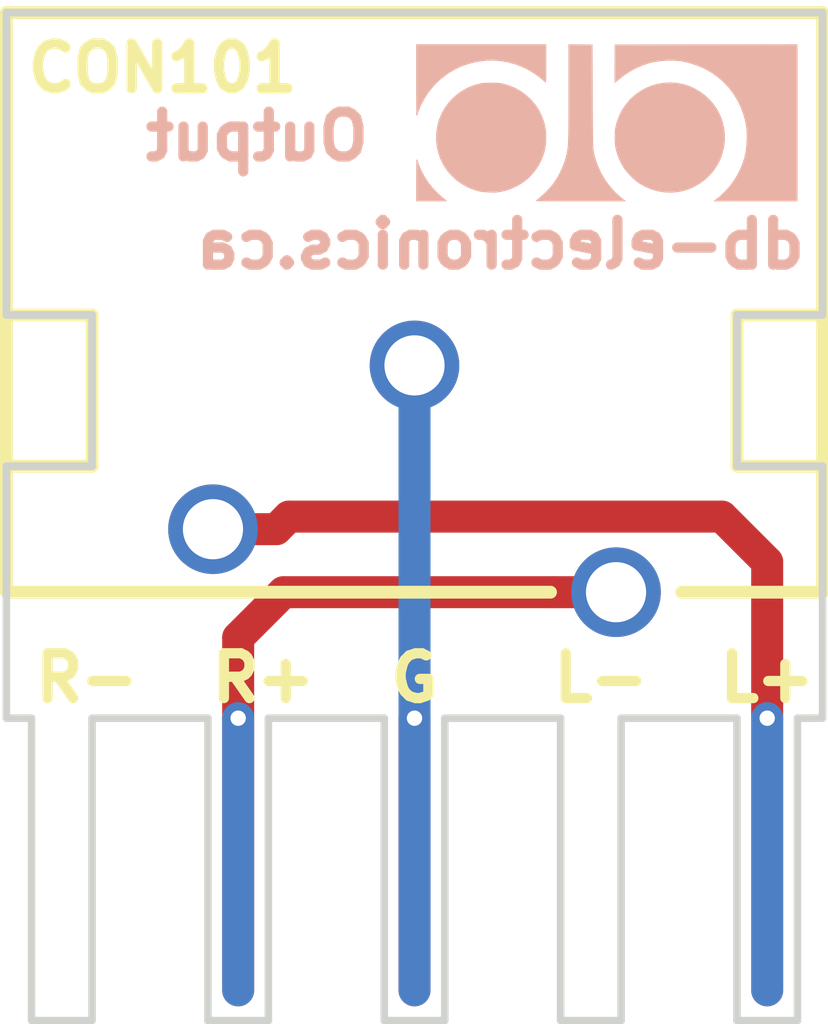
<source format=kicad_pcb>
(kicad_pcb (version 4) (host pcbnew 4.0.7-e2-6376~58~ubuntu16.04.1)

  (general
    (links 0)
    (no_connects 0)
    (area 131.295199 104.0983 148.104801 127.375001)
    (thickness 1.6)
    (drawings 41)
    (tracks 22)
    (zones 0)
    (modules 2)
    (nets 4)
  )

  (page A4)
  (title_block
    (title "Phoenix Connector Audio Adapter Output")
    (date 2018-04-28)
    (rev 0.1)
    (company "db Electronics")
    (comment 1 "Licensed Under The CERN OHL v.1.2")
    (comment 2 https://github.com/db-electronics/phoenix-audio-adapter-kicad)
  )

  (layers
    (0 F.Cu signal)
    (31 B.Cu signal)
    (32 B.Adhes user)
    (33 F.Adhes user)
    (34 B.Paste user)
    (35 F.Paste user)
    (36 B.SilkS user)
    (37 F.SilkS user)
    (38 B.Mask user)
    (39 F.Mask user)
    (40 Dwgs.User user)
    (41 Cmts.User user)
    (42 Eco1.User user)
    (43 Eco2.User user)
    (44 Edge.Cuts user)
    (45 Margin user)
    (46 B.CrtYd user)
    (47 F.CrtYd user)
    (48 B.Fab user)
    (49 F.Fab user)
  )

  (setup
    (last_trace_width 0.635)
    (trace_clearance 0.1778)
    (zone_clearance 0.508)
    (zone_45_only no)
    (trace_min 0.1778)
    (segment_width 0.2)
    (edge_width 0.15)
    (via_size 0.6096)
    (via_drill 0.3048)
    (via_min_size 0.6096)
    (via_min_drill 0.3048)
    (uvia_size 0.3)
    (uvia_drill 0.1)
    (uvias_allowed no)
    (uvia_min_size 0)
    (uvia_min_drill 0)
    (pcb_text_width 0.3)
    (pcb_text_size 1.5 1.5)
    (mod_edge_width 0.15)
    (mod_text_size 1 1)
    (mod_text_width 0.15)
    (pad_size 1.524 1.524)
    (pad_drill 0.762)
    (pad_to_mask_clearance 0.2)
    (aux_axis_origin 0 0)
    (grid_origin 139.7 114.3)
    (visible_elements FFFFFF7F)
    (pcbplotparams
      (layerselection 0x010f0_80000001)
      (usegerberextensions true)
      (excludeedgelayer true)
      (linewidth 0.100000)
      (plotframeref false)
      (viasonmask false)
      (mode 1)
      (useauxorigin true)
      (hpglpennumber 1)
      (hpglpenspeed 20)
      (hpglpendiameter 15)
      (hpglpenoverlay 2)
      (psnegative false)
      (psa4output false)
      (plotreference true)
      (plotvalue true)
      (plotinvisibletext false)
      (padsonsilk false)
      (subtractmaskfromsilk false)
      (outputformat 1)
      (mirror false)
      (drillshape 0)
      (scaleselection 1)
      (outputdirectory gerbers/0.1/))
  )

  (net 0 "")
  (net 1 GND)
  (net 2 /LEFT)
  (net 3 /RIGHT)

  (net_class Default "This is the default net class."
    (clearance 0.1778)
    (trace_width 0.635)
    (via_dia 0.6096)
    (via_drill 0.3048)
    (uvia_dia 0.3)
    (uvia_drill 0.1)
    (add_net /LEFT)
    (add_net /RIGHT)
    (add_net GND)
  )

  (module db-thparts:RCJ-2223 (layer F.Cu) (tedit 5ABD818D) (tstamp 5ABE594A)
    (at 139.7 107.3)
    (path /5ABE576C)
    (solder_mask_margin 0.1016)
    (fp_text reference CON101 (at -5 1.1) (layer F.SilkS)
      (effects (font (size 0.889 0.889) (thickness 0.2032)))
    )
    (fp_text value RCJ-2223 (at -4.6 -2.3) (layer F.Fab) hide
      (effects (font (size 0.889 0.889) (thickness 0.2032)))
    )
    (fp_line (start 8.1 11.5) (end 5.3 11.5) (layer F.SilkS) (width 0.254))
    (fp_line (start -8.1 11.5) (end 2.7 11.5) (layer F.SilkS) (width 0.254))
    (fp_line (start -6.4 6) (end -6.4 9) (layer F.SilkS) (width 0.254))
    (fp_line (start 6.4 6) (end 6.4 9) (layer F.SilkS) (width 0.254))
    (fp_line (start 8.1 9) (end 6.4 9) (layer F.SilkS) (width 0.254))
    (fp_line (start 8.1 6) (end 6.4 6) (layer F.SilkS) (width 0.254))
    (fp_line (start -8.1 9) (end -6.4 9) (layer F.SilkS) (width 0.254))
    (fp_line (start -8.1 6) (end -6.4 6) (layer F.SilkS) (width 0.254))
    (fp_line (start 8.1 0) (end 8.1 11.5) (layer F.SilkS) (width 0.254))
    (fp_line (start -8.1 0) (end -8.1 11.5) (layer F.SilkS) (width 0.254))
    (fp_line (start -8.1 0) (end 8.1 0) (layer F.SilkS) (width 0.254))
    (pad 1 thru_hole circle (at 0 7) (size 1.778 1.778) (drill 1.1938) (layers *.Cu *.Mask)
      (net 1 GND))
    (pad 2 thru_hole circle (at -4 10.25) (size 1.778 1.778) (drill 1.1938) (layers *.Cu *.Mask)
      (net 2 /LEFT))
    (pad 3 thru_hole circle (at 4 11.5) (size 1.778 1.778) (drill 1.1938) (layers *.Cu *.Mask)
      (net 3 /RIGHT))
  )

  (module db-artwork:db-logo_7.5mm (layer B.Cu) (tedit 0) (tstamp 5ABE6264)
    (at 143.5 109.5 180)
    (fp_text reference G*** (at 0 0 180) (layer B.SilkS) hide
      (effects (font (thickness 0.3)) (justify mirror))
    )
    (fp_text value LOGO (at 0.75 0 180) (layer B.SilkS) hide
      (effects (font (thickness 0.3)) (justify mirror))
    )
    (fp_poly (pts (xy -1.986796 1.564919) (xy -0.176508 1.562746) (xy -0.174265 1.186051) (xy -0.173907 1.107381)
      (xy -0.173788 1.03428) (xy -0.173895 0.968491) (xy -0.174215 0.911756) (xy -0.174736 0.865819)
      (xy -0.175445 0.832421) (xy -0.176328 0.813307) (xy -0.177028 0.809356) (xy -0.185216 0.814732)
      (xy -0.203022 0.829151) (xy -0.227343 0.85005) (xy -0.24158 0.862669) (xy -0.352584 0.951996)
      (xy -0.475603 1.032899) (xy -0.606747 1.103299) (xy -0.742125 1.161115) (xy -0.877849 1.204268)
      (xy -0.882823 1.205555) (xy -0.990833 1.228202) (xy -1.10705 1.243532) (xy -1.226221 1.251272)
      (xy -1.343089 1.251153) (xy -1.452401 1.242903) (xy -1.493864 1.237099) (xy -1.65457 1.202771)
      (xy -1.808228 1.15337) (xy -1.954018 1.089643) (xy -2.091116 1.012333) (xy -2.218701 0.922187)
      (xy -2.335951 0.81995) (xy -2.442044 0.706368) (xy -2.536157 0.582185) (xy -2.61747 0.448147)
      (xy -2.685159 0.305) (xy -2.738403 0.153489) (xy -2.754695 0.093804) (xy -2.772386 0.01705)
      (xy -2.784965 -0.054519) (xy -2.792918 -0.125906) (xy -2.796734 -0.202111) (xy -2.796902 -0.288136)
      (xy -2.795977 -0.329263) (xy -2.788278 -0.45976) (xy -2.772206 -0.579069) (xy -2.746659 -0.691611)
      (xy -2.710534 -0.801809) (xy -2.662729 -0.914085) (xy -2.637043 -0.9666) (xy -2.560425 -1.102283)
      (xy -2.473934 -1.22547) (xy -2.375576 -1.338595) (xy -2.263359 -1.444092) (xy -2.210097 -1.487916)
      (xy -2.142804 -1.54122) (xy -3.797084 -1.54122) (xy -3.797084 1.567091) (xy -1.986796 1.564919)) (layer B.SilkS) (width 0.01))
    (fp_poly (pts (xy 0.740475 0.616678) (xy 0.7405 0.459865) (xy 0.740597 0.319208) (xy 0.740797 0.193639)
      (xy 0.741131 0.082094) (xy 0.74163 -0.016493) (xy 0.742326 -0.103187) (xy 0.74325 -0.179054)
      (xy 0.744434 -0.245159) (xy 0.745909 -0.302569) (xy 0.747705 -0.352348) (xy 0.749855 -0.395562)
      (xy 0.75239 -0.433277) (xy 0.75534 -0.466558) (xy 0.758738 -0.496471) (xy 0.762615 -0.524081)
      (xy 0.767001 -0.550454) (xy 0.771929 -0.576655) (xy 0.776162 -0.597626) (xy 0.808071 -0.720723)
      (xy 0.852772 -0.846031) (xy 0.908262 -0.969321) (xy 0.972537 -1.086363) (xy 1.043594 -1.192926)
      (xy 1.080616 -1.240442) (xy 1.116159 -1.281047) (xy 1.160259 -1.327628) (xy 1.208455 -1.375771)
      (xy 1.256285 -1.421063) (xy 1.29929 -1.459091) (xy 1.313051 -1.47041) (xy 1.341611 -1.4934)
      (xy 1.366071 -1.513323) (xy 1.382514 -1.52698) (xy 1.38593 -1.529937) (xy 1.385551 -1.53179)
      (xy 1.379458 -1.533437) (xy 1.366783 -1.53489) (xy 1.346657 -1.53616) (xy 1.318214 -1.537257)
      (xy 1.280584 -1.538193) (xy 1.232901 -1.53898) (xy 1.174296 -1.539627) (xy 1.103902 -1.540147)
      (xy 1.020851 -1.54055) (xy 0.924275 -1.540847) (xy 0.813306 -1.541051) (xy 0.687076 -1.54117)
      (xy 0.544718 -1.541218) (xy 0.505252 -1.54122) (xy -0.388034 -1.54122) (xy -0.30236 -1.472307)
      (xy -0.182755 -1.365154) (xy -0.075264 -1.246242) (xy 0.019268 -1.11683) (xy 0.099995 -0.978182)
      (xy 0.166073 -0.831558) (xy 0.206973 -0.712218) (xy 0.214978 -0.685563) (xy 0.222158 -0.661645)
      (xy 0.228563 -0.639433) (xy 0.23424 -0.6179) (xy 0.239239 -0.596016) (xy 0.243608 -0.572753)
      (xy 0.247397 -0.547081) (xy 0.250655 -0.517972) (xy 0.25343 -0.484396) (xy 0.255772 -0.445326)
      (xy 0.257728 -0.399731) (xy 0.259349 -0.346584) (xy 0.260682 -0.284854) (xy 0.261777 -0.213514)
      (xy 0.262683 -0.131535) (xy 0.263449 -0.037887) (xy 0.264123 0.068458) (xy 0.264754 0.18853)
      (xy 0.265392 0.323356) (xy 0.266084 0.473967) (xy 0.266384 0.538136) (xy 0.271221 1.562746)
      (xy 0.740475 1.567328) (xy 0.740475 0.616678)) (layer B.SilkS) (width 0.01))
    (fp_poly (pts (xy 3.757476 -0.723184) (xy 3.75868 -0.747021) (xy 3.759771 -0.784754) (xy 3.760725 -0.83472)
      (xy 3.761516 -0.895257) (xy 3.762116 -0.964701) (xy 3.762501 -1.041391) (xy 3.762644 -1.123665)
      (xy 3.762644 -1.54122) (xy 3.461288 -1.54122) (xy 3.391189 -1.54114) (xy 3.326865 -1.540912)
      (xy 3.270265 -1.540556) (xy 3.223337 -1.54009) (xy 3.188029 -1.539532) (xy 3.166291 -1.538903)
      (xy 3.159932 -1.538308) (xy 3.166291 -1.532168) (xy 3.183456 -1.517898) (xy 3.208563 -1.497837)
      (xy 3.229703 -1.481314) (xy 3.334247 -1.391147) (xy 3.432199 -1.288664) (xy 3.521537 -1.176688)
      (xy 3.600238 -1.058041) (xy 3.666277 -0.935547) (xy 3.717631 -0.812028) (xy 3.725048 -0.790243)
      (xy 3.736507 -0.757352) (xy 3.746667 -0.731724) (xy 3.754013 -0.717018) (xy 3.756187 -0.714904)
      (xy 3.757476 -0.723184)) (layer B.SilkS) (width 0.01))
    (fp_poly (pts (xy -1.147395 0.803944) (xy -1.020205 0.782443) (xy -0.897654 0.746492) (xy -0.780832 0.696782)
      (xy -0.670831 0.634005) (xy -0.56874 0.558852) (xy -0.475652 0.472016) (xy -0.392656 0.374189)
      (xy -0.320845 0.266062) (xy -0.261308 0.148327) (xy -0.215136 0.021676) (xy -0.188455 -0.086102)
      (xy -0.182362 -0.13053) (xy -0.178566 -0.187235) (xy -0.177015 -0.251434) (xy -0.177657 -0.318343)
      (xy -0.180439 -0.38318) (xy -0.185309 -0.441163) (xy -0.192214 -0.487508) (xy -0.192898 -0.49078)
      (xy -0.230777 -0.62666) (xy -0.284347 -0.756275) (xy -0.352935 -0.878037) (xy -0.36443 -0.895457)
      (xy -0.399661 -0.942287) (xy -0.445164 -0.994664) (xy -0.496947 -1.048609) (xy -0.551017 -1.100139)
      (xy -0.603383 -1.145274) (xy -0.649266 -1.179508) (xy -0.766511 -1.247912) (xy -0.890454 -1.301484)
      (xy -1.019236 -1.339805) (xy -1.150999 -1.362455) (xy -1.283886 -1.369016) (xy -1.416038 -1.359067)
      (xy -1.433593 -1.356457) (xy -1.527842 -1.337717) (xy -1.616207 -1.311364) (xy -1.705811 -1.27512)
      (xy -1.743559 -1.257361) (xy -1.861062 -1.191109) (xy -1.966944 -1.113195) (xy -2.06088 -1.024901)
      (xy -2.142546 -0.92751) (xy -2.211615 -0.822307) (xy -2.267763 -0.710574) (xy -2.310665 -0.593594)
      (xy -2.339995 -0.472652) (xy -2.355429 -0.34903) (xy -2.356642 -0.224011) (xy -2.343307 -0.098879)
      (xy -2.315102 0.025082) (xy -2.271699 0.14659) (xy -2.212774 0.264362) (xy -2.15259 0.357322)
      (xy -2.071526 0.456049) (xy -1.977971 0.545643) (xy -1.874347 0.624438) (xy -1.763075 0.690769)
      (xy -1.646575 0.74297) (xy -1.545889 0.774822) (xy -1.411328 0.800825) (xy -1.278133 0.810302)
      (xy -1.147395 0.803944)) (layer B.SilkS) (width 0.01))
    (fp_poly (pts (xy 2.33831 0.804099) (xy 2.385779 0.803057) (xy 2.423564 0.800999) (xy 2.455428 0.797611)
      (xy 2.485139 0.792582) (xy 2.516461 0.785597) (xy 2.52278 0.784054) (xy 2.606119 0.761042)
      (xy 2.680428 0.734613) (xy 2.753896 0.701673) (xy 2.791455 0.682542) (xy 2.90587 0.612843)
      (xy 3.009759 0.530206) (xy 3.102247 0.435955) (xy 3.182458 0.331417) (xy 3.249516 0.217916)
      (xy 3.302545 0.096777) (xy 3.340668 -0.030675) (xy 3.363011 -0.163115) (xy 3.365099 -0.185118)
      (xy 3.368258 -0.320962) (xy 3.355016 -0.454169) (xy 3.326002 -0.583426) (xy 3.281845 -0.70742)
      (xy 3.223172 -0.824839) (xy 3.150614 -0.934368) (xy 3.064798 -1.034696) (xy 2.966353 -1.124508)
      (xy 2.887925 -1.181978) (xy 2.779906 -1.246609) (xy 2.670798 -1.2966) (xy 2.555594 -1.33408)
      (xy 2.496949 -1.34819) (xy 2.466507 -1.353062) (xy 2.424391 -1.357498) (xy 2.374767 -1.3613)
      (xy 2.321796 -1.364271) (xy 2.269642 -1.366212) (xy 2.222469 -1.366927) (xy 2.184439 -1.366217)
      (xy 2.161153 -1.364143) (xy 2.141777 -1.36095) (xy 2.111964 -1.356122) (xy 2.079356 -1.350894)
      (xy 1.970166 -1.325786) (xy 1.859608 -1.285879) (xy 1.751068 -1.232923) (xy 1.647934 -1.168669)
      (xy 1.553592 -1.09487) (xy 1.514948 -1.059051) (xy 1.423124 -0.957671) (xy 1.345994 -0.847684)
      (xy 1.283241 -0.728526) (xy 1.234549 -0.599636) (xy 1.21385 -0.52522) (xy 1.2036 -0.471039)
      (xy 1.19591 -0.405212) (xy 1.191017 -0.33316) (xy 1.189164 -0.260301) (xy 1.190588 -0.192053)
      (xy 1.195531 -0.133836) (xy 1.196277 -0.128432) (xy 1.22421 0.007295) (xy 1.267609 0.135709)
      (xy 1.326232 0.256317) (xy 1.39984 0.36863) (xy 1.488194 0.472158) (xy 1.491585 0.475651)
      (xy 1.590058 0.566497) (xy 1.694215 0.642198) (xy 1.806183 0.703977) (xy 1.928086 0.753058)
      (xy 2.021437 0.780767) (xy 2.05554 0.789271) (xy 2.084829 0.795478) (xy 2.113116 0.799743)
      (xy 2.144211 0.802416) (xy 2.181926 0.80385) (xy 2.230072 0.804398) (xy 2.27739 0.804436)
      (xy 2.33831 0.804099)) (layer B.SilkS) (width 0.01))
    (fp_poly (pts (xy 3.762644 0.861017) (xy 3.76259 0.75242) (xy 3.762432 0.648923) (xy 3.762179 0.551799)
      (xy 3.76184 0.46232) (xy 3.761421 0.38176) (xy 3.760933 0.311391) (xy 3.760382 0.252488)
      (xy 3.759777 0.206321) (xy 3.759127 0.174166) (xy 3.75844 0.157294) (xy 3.758069 0.154983)
      (xy 3.751478 0.161684) (xy 3.74971 0.165746) (xy 3.729331 0.223164) (xy 3.712993 0.267768)
      (xy 3.699328 0.303094) (xy 3.686967 0.332677) (xy 3.674541 0.360051) (xy 3.674284 0.360597)
      (xy 3.600053 0.499959) (xy 3.513126 0.630689) (xy 3.415096 0.750687) (xy 3.307559 0.857854)
      (xy 3.27617 0.8851) (xy 3.14623 0.984204) (xy 3.010591 1.067462) (xy 2.868441 1.135205)
      (xy 2.718971 1.187765) (xy 2.561371 1.225474) (xy 2.394833 1.248665) (xy 2.388262 1.24927)
      (xy 2.245841 1.253965) (xy 2.099867 1.243272) (xy 1.952947 1.21788) (xy 1.80769 1.178481)
      (xy 1.666705 1.125765) (xy 1.5326 1.060423) (xy 1.423418 0.993749) (xy 1.384032 0.966022)
      (xy 1.341373 0.93422) (xy 1.299335 0.901413) (xy 1.26181 0.870674) (xy 1.232692 0.845076)
      (xy 1.222644 0.835311) (xy 1.214471 0.826791) (xy 1.207703 0.820488) (xy 1.202207 0.817753)
      (xy 1.197852 0.819936) (xy 1.194506 0.828389) (xy 1.192035 0.844463) (xy 1.190308 0.869508)
      (xy 1.189193 0.904874) (xy 1.188557 0.951915) (xy 1.188268 1.011979) (xy 1.188195 1.086417)
      (xy 1.188203 1.176582) (xy 1.188204 1.187149) (xy 1.188204 1.567051) (xy 3.762644 1.567051)
      (xy 3.762644 0.861017)) (layer B.SilkS) (width 0.01))
  )

  (gr_text Output (at 136.5758 109.7534) (layer B.SilkS) (tstamp 5AE4708C)
    (effects (font (size 0.889 0.889) (thickness 0.2032)) (justify mirror))
  )
  (gr_text db-electronics.ca (at 141.4 111.9) (layer B.SilkS) (tstamp 5ABE627E)
    (effects (font (size 0.889 0.889) (thickness 0.2032)) (justify mirror))
  )
  (gr_text L+ (at 146.7 120.5) (layer F.SilkS) (tstamp 5ABE5D7B)
    (effects (font (size 0.889 0.889) (thickness 0.2032)))
  )
  (gr_text L- (at 143.4 120.5) (layer F.SilkS) (tstamp 5ABE5D6D)
    (effects (font (size 0.889 0.889) (thickness 0.2032)))
  )
  (gr_text G (at 139.7 120.5) (layer F.SilkS) (tstamp 5ABE5D60)
    (effects (font (size 0.889 0.889) (thickness 0.2032)))
  )
  (gr_text R+ (at 136.7 120.5) (layer F.SilkS) (tstamp 5ABE5D50)
    (effects (font (size 0.889 0.889) (thickness 0.2032)))
  )
  (gr_text R- (at 133.2 120.5) (layer F.SilkS)
    (effects (font (size 0.889 0.889) (thickness 0.2032)))
  )
  (gr_line (start 147.3 121.3) (end 147.8 121.3) (layer Edge.Cuts) (width 0.15))
  (gr_line (start 143.8 121.3) (end 146.1 121.3) (layer Edge.Cuts) (width 0.15))
  (gr_line (start 140.3 121.3) (end 142.6 121.3) (layer Edge.Cuts) (width 0.15))
  (gr_line (start 136.8 121.3) (end 139.1 121.3) (layer Edge.Cuts) (width 0.15))
  (gr_line (start 133.3 121.3) (end 135.6 121.3) (layer Edge.Cuts) (width 0.15))
  (gr_line (start 131.6 121.3) (end 132.1 121.3) (layer Edge.Cuts) (width 0.15))
  (gr_line (start 142.6 127.3) (end 143.8 127.3) (layer Edge.Cuts) (width 0.15) (tstamp 5ABE5C7D))
  (gr_line (start 143.8 127.3) (end 143.8 121.3) (layer Edge.Cuts) (width 0.15) (tstamp 5ABE5C7C))
  (gr_line (start 147.3 127.3) (end 147.3 121.3) (layer Edge.Cuts) (width 0.15) (tstamp 5ABE5C7B))
  (gr_line (start 146.1 121.3) (end 146.1 127.3) (layer Edge.Cuts) (width 0.15) (tstamp 5ABE5C7A))
  (gr_line (start 146.1 127.3) (end 147.3 127.3) (layer Edge.Cuts) (width 0.15) (tstamp 5ABE5C79))
  (gr_line (start 142.6 121.3) (end 142.6 127.3) (layer Edge.Cuts) (width 0.15) (tstamp 5ABE5C78))
  (gr_line (start 133.3 127.3) (end 133.3 121.3) (layer Edge.Cuts) (width 0.15) (tstamp 5ABE5B1F))
  (gr_line (start 132.1 127.3) (end 133.3 127.3) (layer Edge.Cuts) (width 0.15) (tstamp 5ABE5B1E))
  (gr_line (start 132.1 121.3) (end 132.1 127.3) (layer Edge.Cuts) (width 0.15) (tstamp 5ABE5B1D))
  (gr_line (start 136.8 127.3) (end 136.8 121.3) (layer Edge.Cuts) (width 0.15) (tstamp 5ABE5B0C))
  (gr_line (start 135.6 127.3) (end 136.8 127.3) (layer Edge.Cuts) (width 0.15) (tstamp 5ABE5B0B))
  (gr_line (start 135.6 121.3) (end 135.6 127.3) (layer Edge.Cuts) (width 0.15) (tstamp 5ABE5B0A))
  (gr_line (start 140.3 127.3) (end 140.3 121.3) (layer Edge.Cuts) (width 0.15))
  (gr_line (start 139.1 127.3) (end 140.3 127.3) (layer Edge.Cuts) (width 0.15))
  (gr_line (start 139.1 121.3) (end 139.1 127.3) (layer Edge.Cuts) (width 0.15))
  (gr_line (start 147.8 118.8) (end 147.8 121.3) (layer Edge.Cuts) (width 0.15))
  (gr_line (start 147.8 116.3) (end 147.8 118.8) (layer Edge.Cuts) (width 0.15))
  (gr_line (start 146.1 116.3) (end 147.8 116.3) (layer Edge.Cuts) (width 0.15))
  (gr_line (start 146.1 113.3) (end 146.1 116.3) (layer Edge.Cuts) (width 0.15))
  (gr_line (start 147.8 113.3) (end 146.1 113.3) (layer Edge.Cuts) (width 0.15))
  (gr_line (start 147.8 107.3) (end 147.8 113.3) (layer Edge.Cuts) (width 0.15))
  (gr_line (start 131.6 107.3) (end 147.8 107.3) (layer Edge.Cuts) (width 0.15))
  (gr_line (start 131.6 118.8) (end 131.6 121.3) (layer Edge.Cuts) (width 0.15))
  (gr_line (start 131.6 116.3) (end 131.6 118.8) (layer Edge.Cuts) (width 0.15))
  (gr_line (start 133.3 116.3) (end 131.6 116.3) (layer Edge.Cuts) (width 0.15))
  (gr_line (start 133.3 113.3) (end 133.3 116.3) (layer Edge.Cuts) (width 0.15))
  (gr_line (start 131.6 113.3) (end 133.3 113.3) (layer Edge.Cuts) (width 0.15))
  (gr_line (start 131.6 107.3) (end 131.6 113.3) (layer Edge.Cuts) (width 0.15))

  (segment (start 139.7 121.3) (end 139.7 126.7) (width 0.635) (layer F.Cu) (net 1))
  (segment (start 139.7 121.3) (end 139.7 126.7) (width 0.635) (layer B.Cu) (net 1))
  (segment (start 139.7 120.3) (end 139.7 121.3) (width 0.635) (layer B.Cu) (net 1))
  (via (at 139.7 121.3) (size 0.6096) (drill 0.3048) (layers F.Cu B.Cu) (net 1))
  (segment (start 139.7 114.3) (end 139.7 119.1) (width 0.635) (layer B.Cu) (net 1))
  (segment (start 139.7 119.1) (end 139.7 120.3) (width 0.635) (layer B.Cu) (net 1))
  (segment (start 135.7 117.55) (end 136.957235 117.55) (width 0.635) (layer F.Cu) (net 2))
  (segment (start 136.957235 117.55) (end 137.207235 117.3) (width 0.635) (layer F.Cu) (net 2))
  (segment (start 146.7 118.2) (end 146.7 119.751234) (width 0.635) (layer F.Cu) (net 2))
  (segment (start 137.207235 117.3) (end 145.8 117.3) (width 0.635) (layer F.Cu) (net 2))
  (segment (start 145.8 117.3) (end 146.7 118.2) (width 0.635) (layer F.Cu) (net 2))
  (segment (start 146.7 119.751234) (end 146.7 121.3) (width 0.635) (layer F.Cu) (net 2))
  (segment (start 146.7 121.3) (end 146.7 126.7) (width 0.635) (layer B.Cu) (net 2))
  (segment (start 146.7 126.7) (end 146.7 121.3) (width 0.635) (layer F.Cu) (net 2))
  (via (at 146.7 121.3) (size 0.6096) (drill 0.3048) (layers F.Cu B.Cu) (net 2))
  (segment (start 136.2 121.3) (end 136.2 126.7) (width 0.635) (layer B.Cu) (net 3))
  (segment (start 136.2 121.3) (end 136.2 126.7) (width 0.635) (layer F.Cu) (net 3))
  (segment (start 136.2 119.7) (end 136.2 121.3) (width 0.635) (layer F.Cu) (net 3))
  (via (at 136.2 121.3) (size 0.6096) (drill 0.3048) (layers F.Cu B.Cu) (net 3))
  (segment (start 137.1 118.8) (end 136.2 119.7) (width 0.635) (layer F.Cu) (net 3))
  (segment (start 142.442765 118.8) (end 137.1 118.8) (width 0.635) (layer F.Cu) (net 3))
  (segment (start 143.7 118.8) (end 142.442765 118.8) (width 0.635) (layer F.Cu) (net 3))

  (zone (net 0) (net_name "") (layer F.Mask) (tstamp 0) (hatch edge 0.508)
    (connect_pads (clearance 0.508))
    (min_thickness 0.254)
    (fill yes (arc_segments 16) (thermal_gap 0.508) (thermal_bridge_width 0.508))
    (polygon
      (pts
        (xy 135.6 122.3) (xy 135.6 127.3) (xy 136.8 127.3) (xy 136.8 122.3)
      )
    )
    (filled_polygon
      (pts
        (xy 136.673 127.173) (xy 135.727 127.173) (xy 135.727 122.427) (xy 136.673 122.427)
      )
    )
  )
  (zone (net 0) (net_name "") (layer F.Mask) (tstamp 0) (hatch edge 0.508)
    (connect_pads (clearance 0.508))
    (min_thickness 0.254)
    (fill yes (arc_segments 16) (thermal_gap 0.508) (thermal_bridge_width 0.508))
    (polygon
      (pts
        (xy 139.1 122.3) (xy 139.1 127.3) (xy 140.3 127.3) (xy 140.3 122.3)
      )
    )
    (filled_polygon
      (pts
        (xy 140.173 127.173) (xy 139.227 127.173) (xy 139.227 122.427) (xy 140.173 122.427)
      )
    )
  )
  (zone (net 0) (net_name "") (layer F.Mask) (tstamp 0) (hatch edge 0.508)
    (connect_pads (clearance 0.508))
    (min_thickness 0.254)
    (fill yes (arc_segments 16) (thermal_gap 0.508) (thermal_bridge_width 0.508))
    (polygon
      (pts
        (xy 146.1 122.3) (xy 146.1 127.3) (xy 147.3 127.3) (xy 147.3 122.3)
      )
    )
    (filled_polygon
      (pts
        (xy 147.173 127.173) (xy 146.227 127.173) (xy 146.227 122.427) (xy 147.173 122.427)
      )
    )
  )
  (zone (net 0) (net_name "") (layer B.Mask) (tstamp 0) (hatch edge 0.508)
    (connect_pads (clearance 0.508))
    (min_thickness 0.254)
    (fill yes (arc_segments 16) (thermal_gap 0.508) (thermal_bridge_width 0.508))
    (polygon
      (pts
        (xy 135.6 122.3) (xy 135.6 127.3) (xy 136.8 127.3) (xy 136.8 122.3)
      )
    )
    (filled_polygon
      (pts
        (xy 136.673 127.173) (xy 135.727 127.173) (xy 135.727 122.427) (xy 136.673 122.427)
      )
    )
  )
  (zone (net 0) (net_name "") (layer B.Mask) (tstamp 0) (hatch edge 0.508)
    (connect_pads (clearance 0.508))
    (min_thickness 0.254)
    (fill yes (arc_segments 16) (thermal_gap 0.508) (thermal_bridge_width 0.508))
    (polygon
      (pts
        (xy 139.1 122.3) (xy 139.1 127.3) (xy 140.3 127.3) (xy 140.3 122.3)
      )
    )
    (filled_polygon
      (pts
        (xy 140.173 127.173) (xy 139.227 127.173) (xy 139.227 122.427) (xy 140.173 122.427)
      )
    )
  )
  (zone (net 0) (net_name "") (layer B.Mask) (tstamp 0) (hatch edge 0.508)
    (connect_pads (clearance 0.508))
    (min_thickness 0.254)
    (fill yes (arc_segments 16) (thermal_gap 0.508) (thermal_bridge_width 0.508))
    (polygon
      (pts
        (xy 146.1 122.3) (xy 146.1 127.3) (xy 147.3 127.3) (xy 147.3 122.3)
      )
    )
    (filled_polygon
      (pts
        (xy 147.173 127.173) (xy 146.227 127.173) (xy 146.227 122.427) (xy 147.173 122.427)
      )
    )
  )
)

</source>
